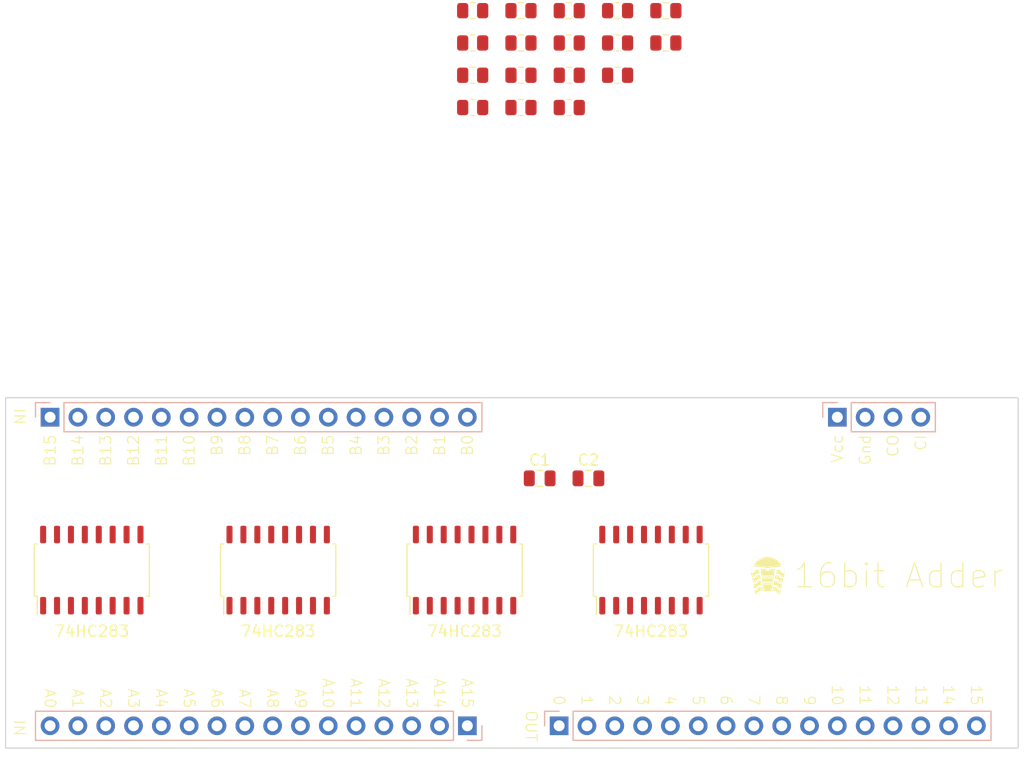
<source format=kicad_pcb>
(kicad_pcb (version 20211014) (generator pcbnew)
  (layers (0 "F.Cu" signal) (1 "In1.Cu" signal) (2 "In2.Cu" signal) (31 "B.Cu" signal) (34 "B.Paste" user) (35 "F.Paste" user) (36 "B.SilkS" user "B.Silkscreen") (37 "F.SilkS" user "F.Silkscreen") (38 "B.Mask" user) (39 "F.Mask" user) (44 "Edge.Cuts" user))
  (net 0 "")
  (net 1 "VCC")
  (net 2 "GND")
  (net 3 "A15")
  (net 4 "A14")
  (net 5 "A13")
  (net 6 "A12")
  (net 7 "A11")
  (net 8 "A10")
  (net 9 "A9")
  (net 10 "A8")
  (net 11 "A7")
  (net 12 "A6")
  (net 13 "A5")
  (net 14 "A4")
  (net 15 "A3")
  (net 16 "A2")
  (net 17 "A1")
  (net 18 "A0")
  (net 19 "CARRY_OUT")
  (net 20 "B15")
  (net 21 "B14")
  (net 22 "B13")
  (net 23 "B12")
  (net 24 "B11")
  (net 25 "B10")
  (net 26 "B9")
  (net 27 "CARRY_IN")
  (net 28 "Q15")
  (net 29 "Q14")
  (net 30 "Q13")
  (net 31 "Q12")
  (net 32 "Q11")
  (net 33 "Q10")
  (net 34 "Q9")
  (net 35 "Q8")
  (net 36 "Q7")
  (net 37 "Net-(U1-Pad9)")
  (net 38 "Q6")
  (net 39 "Q5")
  (net 40 "Q4")
  (net 41 "Q3")
  (net 42 "Net-(U2-Pad7)")
  (net 43 "Net-(U2-Pad9)")
  (net 44 "Q2")
  (net 45 "Q1")
  (net 46 "Q0")
  (net 47 "B8")
  (net 48 "B7")
  (net 49 "B6")
  (net 50 "B5")
  (net 51 "B4")
  (net 52 "B3")
  (net 53 "B2")
  (net 54 "B1")
  (net 55 "B0")
  (footprint "Resistor_SMD:R_0805_2012Metric" (layer "F.Cu") (at 136.122 82.198)
    (fp_text reference "R15" hide)
    (fp_text value "R_Small_US" hide)
    (pad "1" smd roundrect locked (at -0.9125 0) (size 1.025 1.4) (layers "F.Cu" "F.Paste" "F.Mask") (roundrect_rratio 0.243902) (net 53 "B2"))
    (pad "2" smd roundrect locked (at 0.9125 0) (size 1.025 1.4) (layers "F.Cu" "F.Paste" "F.Mask") (roundrect_rratio 0.243902) (net 2 "GND"))
  )
  (footprint "Package_SO:SOIC-16_4.55x10.3mm_P1.27mm" (layer "F.Cu") (at 118.364 124.46 90)
    (fp_text reference "U3" hide)
    (fp_text value "74LS283" hide)
    (fp_text user "74HC283" (at -5.588 0 unlocked) (layer "F.SilkS"))
    (pad "1" smd roundrect (at -3.25 -4.445 90) (size 1.6 0.55) (layers "F.Cu" "F.Paste" "F.Mask") (net 39 "Q5"))
    (pad "2" smd roundrect (at -3.25 -3.175 90) (size 1.6 0.55) (layers "F.Cu" "F.Paste" "F.Mask") (net 50 "B5"))
    (pad "3" smd roundrect (at -3.25 -1.905 90) (size 1.6 0.55) (layers "F.Cu" "F.Paste" "F.Mask") (net 13 "A5"))
    (pad "4" smd roundrect (at -3.25 -0.635 90) (size 1.6 0.55) (layers "F.Cu" "F.Paste" "F.Mask") (net 40 "Q4"))
    (pad "5" smd roundrect (at -3.25 0.635 90) (size 1.6 0.55) (layers "F.Cu" "F.Paste" "F.Mask") (net 14 "A4"))
    (pad "6" smd roundrect (at -3.25 1.905 90) (size 1.6 0.55) (layers "F.Cu" "F.Paste" "F.Mask") (net 51 "B4"))
    (pad "7" smd roundrect (at -3.25 3.175 90) (size 1.6 0.55) (layers "F.Cu" "F.Paste" "F.Mask") (net 37 "Net-(U1-Pad9)"))
    (pad "8" smd roundrect (at -3.25 4.445 90) (size 1.6 0.55) (layers "F.Cu" "F.Paste" "F.Mask") (net 2 "GND"))
    (pad "9" smd roundrect (at 3.25 4.445 90) (size 1.6 0.55) (layers "F.Cu" "F.Paste" "F.Mask") (net 42 "Net-(U2-Pad7)"))
    (pad "10" smd roundrect (at 3.25 3.175 90) (size 1.6 0.55) (layers "F.Cu" "F.Paste" "F.Mask") (net 36 "Q7"))
    (pad "11" smd roundrect (at 3.25 1.905 90) (size 1.6 0.55) (layers "F.Cu" "F.Paste" "F.Mask") (net 48 "B7"))
    (pad "12" smd roundrect (at 3.25 0.635 90) (size 1.6 0.55) (layers "F.Cu" "F.Paste" "F.Mask") (net 11 "A7"))
    (pad "13" smd roundrect (at 3.25 -0.635 90) (size 1.6 0.55) (layers "F.Cu" "F.Paste" "F.Mask") (net 38 "Q6"))
    (pad "14" smd roundrect (at 3.25 -1.905 90) (size 1.6 0.55) (layers "F.Cu" "F.Paste" "F.Mask") (net 12 "A6"))
    (pad "15" smd roundrect (at 3.25 -3.175 90) (size 1.6 0.55) (layers "F.Cu" "F.Paste" "F.Mask") (net 49 "B6"))
    (pad "16" smd roundrect (at 3.25 -4.445 90) (size 1.6 0.55) (layers "F.Cu" "F.Paste" "F.Mask") (net 1 "VCC"))
  )
  (footprint "Resistor_SMD:R_0805_2012Metric" (layer "F.Cu") (at 136.122 73.348)
    (fp_text reference "R5" hide)
    (fp_text value "R_Small_US" hide)
    (pad "1" smd roundrect locked (at -0.9125 0) (size 1.025 1.4) (layers "F.Cu" "F.Paste" "F.Mask") (roundrect_rratio 0.243902) (net 23 "B12"))
    (pad "2" smd roundrect locked (at 0.9125 0) (size 1.025 1.4) (layers "F.Cu" "F.Paste" "F.Mask") (roundrect_rratio 0.243902) (net 2 "GND"))
  )
  (footprint "Resistor_SMD:R_0805_2012Metric" (layer "F.Cu") (at 149.352 76.298)
    (fp_text reference "R13" hide)
    (fp_text value "R_Small_US" hide)
    (pad "1" smd roundrect locked (at -0.9125 0) (size 1.025 1.4) (layers "F.Cu" "F.Paste" "F.Mask") (roundrect_rratio 0.243902) (net 51 "B4"))
    (pad "2" smd roundrect locked (at 0.9125 0) (size 1.025 1.4) (layers "F.Cu" "F.Paste" "F.Mask") (roundrect_rratio 0.243902) (net 2 "GND"))
  )
  (footprint "Resistor_SMD:R_0805_2012Metric" (layer "F.Cu") (at 140.532 82.198)
    (fp_text reference "R17" hide)
    (fp_text value "R_Small_US" hide)
    (pad "1" smd roundrect locked (at -0.9125 0) (size 1.025 1.4) (layers "F.Cu" "F.Paste" "F.Mask") (roundrect_rratio 0.243902) (net 55 "B0"))
    (pad "2" smd roundrect locked (at 0.9125 0) (size 1.025 1.4) (layers "F.Cu" "F.Paste" "F.Mask") (roundrect_rratio 0.243902) (net 2 "GND"))
  )
  (footprint "Resistor_SMD:R_0805_2012Metric" (layer "F.Cu") (at 149.352 79.248)
    (fp_text reference "R1" hide)
    (fp_text value "R_Small_US" hide)
    (pad "1" smd roundrect locked (at -0.9125 0) (size 1.025 1.4) (layers "F.Cu" "F.Paste" "F.Mask") (roundrect_rratio 0.243902) (net 20 "B15"))
    (pad "2" smd roundrect locked (at 0.9125 0) (size 1.025 1.4) (layers "F.Cu" "F.Paste" "F.Mask") (roundrect_rratio 0.243902) (net 2 "GND"))
  )
  (footprint "Resistor_SMD:R_0805_2012Metric" (layer "F.Cu") (at 153.762 73.348)
    (fp_text reference "R9" hide)
    (fp_text value "R_Small_US" hide)
    (pad "1" smd roundrect locked (at -0.9125 0) (size 1.025 1.4) (layers "F.Cu" "F.Paste" "F.Mask") (roundrect_rratio 0.243902) (net 47 "B8"))
    (pad "2" smd roundrect locked (at 0.9125 0) (size 1.025 1.4) (layers "F.Cu" "F.Paste" "F.Mask") (roundrect_rratio 0.243902) (net 2 "GND"))
  )
  (footprint "Resistor_SMD:R_0805_2012Metric" (layer "F.Cu") (at 140.532 73.348)
    (fp_text reference "R6" hide)
    (fp_text value "R_Small_US" hide)
    (pad "1" smd roundrect locked (at -0.9125 0) (size 1.025 1.4) (layers "F.Cu" "F.Paste" "F.Mask") (roundrect_rratio 0.243902) (net 24 "B11"))
    (pad "2" smd roundrect locked (at 0.9125 0) (size 1.025 1.4) (layers "F.Cu" "F.Paste" "F.Mask") (roundrect_rratio 0.243902) (net 2 "GND"))
  )
  (footprint "Resistor_SMD:R_0805_2012Metric" (layer "F.Cu") (at 144.942 82.198)
    (fp_text reference "R4" hide)
    (fp_text value "R_Small_US" hide)
    (pad "1" smd roundrect locked (at -0.9125 0) (size 1.025 1.4) (layers "F.Cu" "F.Paste" "F.Mask") (roundrect_rratio 0.243902) (net 22 "B13"))
    (pad "2" smd roundrect locked (at 0.9125 0) (size 1.025 1.4) (layers "F.Cu" "F.Paste" "F.Mask") (roundrect_rratio 0.243902) (net 2 "GND"))
  )
  (footprint "Capacitor_SMD:C_0805_2012Metric" (layer "F.Cu") (at 142.24 116.078)
    (fp_text reference "C1" (at 0 -1.68) (layer "F.SilkS"))
    (fp_text value "C")
    (pad "1" smd roundrect locked (at -0.95 0) (size 1 1.45) (layers "F.Cu" "F.Paste" "F.Mask") (net 1 "VCC"))
    (pad "2" smd roundrect locked (at 0.95 0) (size 1 1.45) (layers "F.Cu" "F.Paste" "F.Mask") (net 2 "GND"))
  )
  (footprint "Resistor_SMD:R_0805_2012Metric" (layer "F.Cu") (at 136.122 79.248)
    (fp_text reference "R2" hide)
    (fp_text value "R_Small_US" hide)
    (pad "1" smd roundrect locked (at -0.9125 0) (size 1.025 1.4) (layers "F.Cu" "F.Paste" "F.Mask") (roundrect_rratio 0.243902) (net 21 "B14"))
    (pad "2" smd roundrect locked (at 0.9125 0) (size 1.025 1.4) (layers "F.Cu" "F.Paste" "F.Mask") (roundrect_rratio 0.243902) (net 2 "GND"))
  )
  (footprint "Package_SO:SOIC-16_4.55x10.3mm_P1.27mm" (layer "F.Cu") (at 135.382 124.46 90)
    (fp_text reference "U2" hide)
    (fp_text value "74LS283" hide)
    (fp_text user "74HC283" (at -5.588 0 unlocked) (layer "F.SilkS"))
    (pad "1" smd roundrect (at -3.25 -4.445 90) (size 1.6 0.55) (layers "F.Cu" "F.Paste" "F.Mask") (net 34 "Q9"))
    (pad "2" smd roundrect (at -3.25 -3.175 90) (size 1.6 0.55) (layers "F.Cu" "F.Paste" "F.Mask") (net 26 "B9"))
    (pad "3" smd roundrect (at -3.25 -1.905 90) (size 1.6 0.55) (layers "F.Cu" "F.Paste" "F.Mask") (net 9 "A9"))
    (pad "4" smd roundrect (at -3.25 -0.635 90) (size 1.6 0.55) (layers "F.Cu" "F.Paste" "F.Mask") (net 35 "Q8"))
    (pad "5" smd roundrect (at -3.25 0.635 90) (size 1.6 0.55) (layers "F.Cu" "F.Paste" "F.Mask") (net 10 "A8"))
    (pad "6" smd roundrect (at -3.25 1.905 90) (size 1.6 0.55) (layers "F.Cu" "F.Paste" "F.Mask") (net 47 "B8"))
    (pad "7" smd roundrect (at -3.25 3.175 90) (size 1.6 0.55) (layers "F.Cu" "F.Paste" "F.Mask") (net 42 "Net-(U2-Pad7)"))
    (pad "8" smd roundrect (at -3.25 4.445 90) (size 1.6 0.55) (layers "F.Cu" "F.Paste" "F.Mask") (net 2 "GND"))
    (pad "9" smd roundrect (at 3.25 4.445 90) (size 1.6 0.55) (layers "F.Cu" "F.Paste" "F.Mask") (net 43 "Net-(U2-Pad9)"))
    (pad "10" smd roundrect (at 3.25 3.175 90) (size 1.6 0.55) (layers "F.Cu" "F.Paste" "F.Mask") (net 32 "Q11"))
    (pad "11" smd roundrect (at 3.25 1.905 90) (size 1.6 0.55) (layers "F.Cu" "F.Paste" "F.Mask") (net 24 "B11"))
    (pad "12" smd roundrect (at 3.25 0.635 90) (size 1.6 0.55) (layers "F.Cu" "F.Paste" "F.Mask") (net 7 "A11"))
    (pad "13" smd roundrect (at 3.25 -0.635 90) (size 1.6 0.55) (layers "F.Cu" "F.Paste" "F.Mask") (net 33 "Q10"))
    (pad "14" smd roundrect (at 3.25 -1.905 90) (size 1.6 0.55) (layers "F.Cu" "F.Paste" "F.Mask") (net 8 "A10"))
    (pad "15" smd roundrect (at 3.25 -3.175 90) (size 1.6 0.55) (layers "F.Cu" "F.Paste" "F.Mask") (net 25 "B10"))
    (pad "16" smd roundrect (at 3.25 -4.445 90) (size 1.6 0.55) (layers "F.Cu" "F.Paste" "F.Mask") (net 1 "VCC"))
  )
  (footprint "Resistor_SMD:R_0805_2012Metric" (layer "F.Cu") (at 153.762 76.298)
    (fp_text reference "R16" hide)
    (fp_text value "R_Small_US" hide)
    (pad "1" smd roundrect locked (at -0.9125 0) (size 1.025 1.4) (layers "F.Cu" "F.Paste" "F.Mask") (roundrect_rratio 0.243902) (net 54 "B1"))
    (pad "2" smd roundrect locked (at 0.9125 0) (size 1.025 1.4) (layers "F.Cu" "F.Paste" "F.Mask") (roundrect_rratio 0.243902) (net 2 "GND"))
  )
  (footprint "Capacitor_SMD:C_0805_2012Metric" (layer "F.Cu") (at 146.69 116.078)
    (fp_text reference "C2" (at 0 -1.68) (layer "F.SilkS"))
    (fp_text value "C")
    (pad "1" smd roundrect locked (at -0.95 0) (size 1 1.45) (layers "F.Cu" "F.Paste" "F.Mask") (net 1 "VCC"))
    (pad "2" smd roundrect locked (at 0.95 0) (size 1 1.45) (layers "F.Cu" "F.Paste" "F.Mask") (net 2 "GND"))
  )
  (footprint "Stephenv6:trilobyte-logo-tiny" (layer "F.Cu") (at 163.058 119.002558)
    (fp_text reference "REF**" hide)
    (fp_text value "trilobyte-logo-tiny" hide)
  )
  (footprint "Resistor_SMD:R_0805_2012Metric" (layer "F.Cu") (at 144.942 79.248)
    (fp_text reference "R3" hide)
    (fp_text value "R_Small_US" hide)
    (pad "1" smd roundrect locked (at -0.9125 0) (size 1.025 1.4) (layers "F.Cu" "F.Paste" "F.Mask") (roundrect_rratio 0.243902) (net 19 "CARRY_OUT"))
    (pad "2" smd roundrect locked (at 0.9125 0) (size 1.025 1.4) (layers "F.Cu" "F.Paste" "F.Mask") (roundrect_rratio 0.243902) (net 2 "GND"))
  )
  (footprint "Resistor_SMD:R_0805_2012Metric" (layer "F.Cu") (at 144.942 73.348)
    (fp_text reference "R8" hide)
    (fp_text value "R_Small_US" hide)
    (pad "1" smd roundrect locked (at -0.9125 0) (size 1.025 1.4) (layers "F.Cu" "F.Paste" "F.Mask") (roundrect_rratio 0.243902) (net 26 "B9"))
    (pad "2" smd roundrect locked (at 0.9125 0) (size 1.025 1.4) (layers "F.Cu" "F.Paste" "F.Mask") (roundrect_rratio 0.243902) (net 2 "GND"))
  )
  (footprint "Resistor_SMD:R_0805_2012Metric" (layer "F.Cu") (at 136.122 76.298)
    (fp_text reference "R7" hide)
    (fp_text value "R_Small_US" hide)
    (pad "1" smd roundrect locked (at -0.9125 0) (size 1.025 1.4) (layers "F.Cu" "F.Paste" "F.Mask") (roundrect_rratio 0.243902) (net 25 "B10"))
    (pad "2" smd roundrect locked (at 0.9125 0) (size 1.025 1.4) (layers "F.Cu" "F.Paste" "F.Mask") (roundrect_rratio 0.243902) (net 2 "GND"))
  )
  (footprint "Resistor_SMD:R_0805_2012Metric" (layer "F.Cu") (at 140.532 76.298)
    (fp_text reference "R12" hide)
    (fp_text value "R_Small_US" hide)
    (pad "1" smd roundrect locked (at -0.9125 0) (size 1.025 1.4) (layers "F.Cu" "F.Paste" "F.Mask") (roundrect_rratio 0.243902) (net 50 "B5"))
    (pad "2" smd roundrect locked (at 0.9125 0) (size 1.025 1.4) (layers "F.Cu" "F.Paste" "F.Mask") (roundrect_rratio 0.243902) (net 2 "GND"))
  )
  (footprint "Resistor_SMD:R_0805_2012Metric" (layer "F.Cu") (at 140.532 79.248)
    (fp_text reference "R14" hide)
    (fp_text value "R_Small_US" hide)
    (pad "1" smd roundrect locked (at -0.9125 0) (size 1.025 1.4) (layers "F.Cu" "F.Paste" "F.Mask") (roundrect_rratio 0.243902) (net 52 "B3"))
    (pad "2" smd roundrect locked (at 0.9125 0) (size 1.025 1.4) (layers "F.Cu" "F.Paste" "F.Mask") (roundrect_rratio 0.243902) (net 2 "GND"))
  )
  (footprint "Resistor_SMD:R_0805_2012Metric" (layer "F.Cu") (at 149.352 73.348)
    (fp_text reference "R11" hide)
    (fp_text value "R_Small_US" hide)
    (pad "1" smd roundrect locked (at -0.9125 0) (size 1.025 1.4) (layers "F.Cu" "F.Paste" "F.Mask") (roundrect_rratio 0.243902) (net 49 "B6"))
    (pad "2" smd roundrect locked (at 0.9125 0) (size 1.025 1.4) (layers "F.Cu" "F.Paste" "F.Mask") (roundrect_rratio 0.243902) (net 2 "GND"))
  )
  (footprint "Package_SO:SOIC-16_4.55x10.3mm_P1.27mm" (layer "F.Cu") (at 152.4 124.46 90)
    (fp_text reference "U4" hide)
    (fp_text value "74LS283" hide)
    (fp_text user "74HC283" (at -5.588 0 unlocked) (layer "F.SilkS"))
    (pad "1" smd roundrect (at -3.25 -4.445 90) (size 1.6 0.55) (layers "F.Cu" "F.Paste" "F.Mask") (net 30 "Q13"))
    (pad "2" smd roundrect (at -3.25 -3.175 90) (size 1.6 0.55) (layers "F.Cu" "F.Paste" "F.Mask") (net 22 "B13"))
    (pad "3" smd roundrect (at -3.25 -1.905 90) (size 1.6 0.55) (layers "F.Cu" "F.Paste" "F.Mask") (net 5 "A13"))
    (pad "4" smd roundrect (at -3.25 -0.635 90) (size 1.6 0.55) (layers "F.Cu" "F.Paste" "F.Mask") (net 31 "Q12"))
    (pad "5" smd roundrect (at -3.25 0.635 90) (size 1.6 0.55) (layers "F.Cu" "F.Paste" "F.Mask") (net 6 "A12"))
    (pad "6" smd roundrect (at -3.25 1.905 90) (size 1.6 0.55) (layers "F.Cu" "F.Paste" "F.Mask") (net 23 "B12"))
    (pad "7" smd roundrect (at -3.25 3.175 90) (size 1.6 0.55) (layers "F.Cu" "F.Paste" "F.Mask") (net 43 "Net-(U2-Pad9)"))
    (pad "8" smd roundrect (at -3.25 4.445 90) (size 1.6 0.55) (layers "F.Cu" "F.Paste" "F.Mask") (net 2 "GND"))
    (pad "9" smd roundrect (at 3.25 4.445 90) (size 1.6 0.55) (layers "F.Cu" "F.Paste" "F.Mask") (net 19 "CARRY_OUT"))
    (pad "10" smd roundrect (at 3.25 3.175 90) (size 1.6 0.55) (layers "F.Cu" "F.Paste" "F.Mask") (net 28 "Q15"))
    (pad "11" smd roundrect (at 3.25 1.905 90) (size 1.6 0.55) (layers "F.Cu" "F.Paste" "F.Mask") (net 20 "B15"))
    (pad "12" smd roundrect (at 3.25 0.635 90) (size 1.6 0.55) (layers "F.Cu" "F.Paste" "F.Mask") (net 3 "A15"))
    (pad "13" smd roundrect (at 3.25 -0.635 90) (size 1.6 0.55) (layers "F.Cu" "F.Paste" "F.Mask") (net 29 "Q14"))
    (pad "14" smd roundrect (at 3.25 -1.905 90) (size 1.6 0.55) (layers "F.Cu" "F.Paste" "F.Mask") (net 4 "A14"))
    (pad "15" smd roundrect (at 3.25 -3.175 90) (size 1.6 0.55) (layers "F.Cu" "F.Paste" "F.Mask") (net 21 "B14"))
    (pad "16" smd roundrect (at 3.25 -4.445 90) (size 1.6 0.55) (layers "F.Cu" "F.Paste" "F.Mask") (net 1 "VCC"))
  )
  (footprint "Package_SO:SOIC-16_4.55x10.3mm_P1.27mm" (layer "F.Cu") (at 101.346 124.46 90)
    (fp_text reference "U1" hide)
    (fp_text value "74LS283" hide)
    (fp_text user "74HC283" (at -5.588 0 unlocked) (layer "F.SilkS"))
    (pad "1" smd roundrect (at -3.25 -4.445 90) (size 1.6 0.55) (layers "F.Cu" "F.Paste" "F.Mask") (net 45 "Q1"))
    (pad "2" smd roundrect (at -3.25 -3.175 90) (size 1.6 0.55) (layers "F.Cu" "F.Paste" "F.Mask") (net 54 "B1"))
    (pad "3" smd roundrect (at -3.25 -1.905 90) (size 1.6 0.55) (layers "F.Cu" "F.Paste" "F.Mask") (net 17 "A1"))
    (pad "4" smd roundrect (at -3.25 -0.635 90) (size 1.6 0.55) (layers "F.Cu" "F.Paste" "F.Mask") (net 46 "Q0"))
    (pad "5" smd roundrect (at -3.25 0.635 90) (size 1.6 0.55) (layers "F.Cu" "F.Paste" "F.Mask") (net 18 "A0"))
    (pad "6" smd roundrect (at -3.25 1.905 90) (size 1.6 0.55) (layers "F.Cu" "F.Paste" "F.Mask") (net 55 "B0"))
    (pad "7" smd roundrect (at -3.25 3.175 90) (size 1.6 0.55) (layers "F.Cu" "F.Paste" "F.Mask") (net 27 "CARRY_IN"))
    (pad "8" smd roundrect (at -3.25 4.445 90) (size 1.6 0.55) (layers "F.Cu" "F.Paste" "F.Mask") (net 2 "GND"))
    (pad "9" smd roundrect (at 3.25 4.445 90) (size 1.6 0.55) (layers "F.Cu" "F.Paste" "F.Mask") (net 37 "Net-(U1-Pad9)"))
    (pad "10" smd roundrect (at 3.25 3.175 90) (size 1.6 0.55) (layers "F.Cu" "F.Paste" "F.Mask") (net 41 "Q3"))
    (pad "11" smd roundrect (at 3.25 1.905 90) (size 1.6 0.55) (layers "F.Cu" "F.Paste" "F.Mask") (net 52 "B3"))
    (pad "12" smd roundrect (at 3.25 0.635 90) (size 1.6 0.55) (layers "F.Cu" "F.Paste" "F.Mask") (net 15 "A3"))
    (pad "13" smd roundrect (at 3.25 -0.635 90) (size 1.6 0.55) (layers "F.Cu" "F.Paste" "F.Mask") (net 44 "Q2"))
    (pad "14" smd roundrect (at 3.25 -1.905 90) (size 1.6 0.55) (layers "F.Cu" "F.Paste" "F.Mask") (net 16 "A2"))
    (pad "15" smd roundrect (at 3.25 -3.175 90) (size 1.6 0.55) (layers "F.Cu" "F.Paste" "F.Mask") (net 53 "B2"))
    (pad "16" smd roundrect (at 3.25 -4.445 90) (size 1.6 0.55) (layers "F.Cu" "F.Paste" "F.Mask") (net 1 "VCC"))
  )
  (footprint "Resistor_SMD:R_0805_2012Metric" (layer "F.Cu") (at 144.942 76.298)
    (fp_text reference "R10" hide)
    (fp_text value "R_Small_US" hide)
    (pad "1" smd roundrect locked (at -0.9125 0) (size 1.025 1.4) (layers "F.Cu" "F.Paste" "F.Mask") (roundrect_rratio 0.243902) (net 48 "B7"))
    (pad "2" smd roundrect locked (at 0.9125 0) (size 1.025 1.4) (layers "F.Cu" "F.Paste" "F.Mask") (roundrect_rratio 0.243902) (net 2 "GND"))
  )
  (footprint "Connector_PinHeader_2.54mm:PinHeader_1x16_P2.54mm_Vertical" (layer "B.Cu") (at 97.536 110.49 -90)
    (fp_text reference "J4" hide)
    (fp_text value "Conn_01x16" hide)
    (pad "1" thru_hole rect locked (at 0 0 270) (size 1.7 1.7) (drill 1) (layers *.Cu *.Mask) (net 20 "B15"))
    (pad "2" thru_hole oval locked (at 0 -2.54 270) (size 1.7 1.7) (drill 1) (layers *.Cu *.Mask) (net 21 "B14"))
    (pad "3" thru_hole oval locked (at 0 -5.08 270) (size 1.7 1.7) (drill 1) (layers *.Cu *.Mask) (net 22 "B13"))
    (pad "4" thru_hole oval locked (at 0 -7.62 270) (size 1.7 1.7) (drill 1) (layers *.Cu *.Mask) (net 23 "B12"))
    (pad "5" thru_hole oval locked (at 0 -10.16 270) (size 1.7 1.7) (drill 1) (layers *.Cu *.Mask) (net 24 "B11"))
    (pad "6" thru_hole oval locked (at 0 -12.7 270) (size 1.7 1.7) (drill 1) (layers *.Cu *.Mask) (net 25 "B10"))
    (pad "7" thru_hole oval locked (at 0 -15.24 270) (size 1.7 1.7) (drill 1) (layers *.Cu *.Mask) (net 26 "B9"))
    (pad "8" thru_hole oval locked (at 0 -17.78 270) (size 1.7 1.7) (drill 1) (layers *.Cu *.Mask) (net 47 "B8"))
    (pad "9" thru_hole oval locked (at 0 -20.32 270) (size 1.7 1.7) (drill 1) (layers *.Cu *.Mask) (net 48 "B7"))
    (pad "10" thru_hole oval locked (at 0 -22.86 270) (size 1.7 1.7) (drill 1) (layers *.Cu *.Mask) (net 49 "B6"))
    (pad "11" thru_hole oval locked (at 0 -25.4 270) (size 1.7 1.7) (drill 1) (layers *.Cu *.Mask) (net 50 "B5"))
    (pad "12" thru_hole oval locked (at 0 -27.94 270) (size 1.7 1.7) (drill 1) (layers *.Cu *.Mask) (net 51 "B4"))
    (pad "13" thru_hole oval locked (at 0 -30.48 270) (size 1.7 1.7) (drill 1) (layers *.Cu *.Mask) (net 52 "B3"))
    (pad "14" thru_hole oval locked (at 0 -33.02 270) (size 1.7 1.7) (drill 1) (layers *.Cu *.Mask) (net 53 "B2"))
    (pad "15" thru_hole oval locked (at 0 -35.56 270) (size 1.7 1.7) (drill 1) (layers *.Cu *.Mask) (net 54 "B1"))
    (pad "16" thru_hole oval locked (at 0 -38.1 270) (size 1.7 1.7) (drill 1) (layers *.Cu *.Mask) (net 55 "B0"))
  )
  (footprint "Connector_PinHeader_2.54mm:PinHeader_1x16_P2.54mm_Vertical" (layer "B.Cu") (at 144.018 138.684 -90)
    (fp_text reference "J3" hide)
    (fp_text value "Conn_01x16" hide)
    (pad "1" thru_hole rect locked (at 0 0 270) (size 1.7 1.7) (drill 1) (layers *.Cu *.Mask) (net 28 "Q15"))
    (pad "2" thru_hole oval locked (at 0 -2.54 270) (size 1.7 1.7) (drill 1) (layers *.Cu *.Mask) (net 29 "Q14"))
    (pad "3" thru_hole oval locked (at 0 -5.08 270) (size 1.7 1.7) (drill 1) (layers *.Cu *.Mask) (net 30 "Q13"))
    (pad "4" thru_hole oval locked (at 0 -7.62 270) (size 1.7 1.7) (drill 1) (layers *.Cu *.Mask) (net 31 "Q12"))
    (pad "5" thru_hole oval locked (at 0 -10.16 270) (size 1.7 1.7) (drill 1) (layers *.Cu *.Mask) (net 32 "Q11"))
    (pad "6" thru_hole oval locked (at 0 -12.7 270) (size 1.7 1.7) (drill 1) (layers *.Cu *.Mask) (net 33 "Q10"))
    (pad "7" thru_hole oval locked (at 0 -15.24 270) (size 1.7 1.7) (drill 1) (layers *.Cu *.Mask) (net 34 "Q9"))
    (pad "8" thru_hole oval locked (at 0 -17.78 270) (size 1.7 1.7) (drill 1) (layers *.Cu *.Mask) (net 35 "Q8"))
    (pad "9" thru_hole oval locked (at 0 -20.32 270) (size 1.7 1.7) (drill 1) (layers *.Cu *.Mask) (net 36 "Q7"))
    (pad "10" thru_hole oval locked (at 0 -22.86 270) (size 1.7 1.7) (drill 1) (layers *.Cu *.Mask) (net 38 "Q6"))
    (pad "11" thru_hole oval locked (at 0 -25.4 270) (size 1.7 1.7) (drill 1) (layers *.Cu *.Mask) (net 39 "Q5"))
    (pad "12" thru_hole oval locked (at 0 -27.94 270) (size 1.7 1.7) (drill 1) (layers *.Cu *.Mask) (net 40 "Q4"))
    (pad "13" thru_hole oval locked (at 0 -30.48 270) (size 1.7 1.7) (drill 1) (layers *.Cu *.Mask) (net 41 "Q3"))
    (pad "14" thru_hole oval locked (at 0 -33.02 270) (size 1.7 1.7) (drill 1) (layers *.Cu *.Mask) (net 44 "Q2"))
    (pad "15" thru_hole oval locked (at 0 -35.56 270) (size 1.7 1.7) (drill 1) (layers *.Cu *.Mask) (net 45 "Q1"))
    (pad "16" thru_hole oval locked (at 0 -38.1 270) (size 1.7 1.7) (drill 1) (layers *.Cu *.Mask) (net 46 "Q0"))
  )
  (footprint "Connector_PinHeader_2.54mm:PinHeader_1x04_P2.54mm_Vertical" (layer "B.Cu") (at 169.418 110.49 -90)
    (fp_text reference "J1" hide)
    (fp_text value "Conn_01x06")
    (pad "1" thru_hole rect locked (at 0 0 270) (size 1.7 1.7) (drill 1) (layers *.Cu *.Mask) (net 1 "VCC"))
    (pad "2" thru_hole oval locked (at 0 -2.54 270) (size 1.7 1.7) (drill 1) (layers *.Cu *.Mask) (net 2 "GND"))
    (pad "3" thru_hole oval locked (at 0 -5.08 270) (size 1.7 1.7) (drill 1) (layers *.Cu *.Mask) (net 19 "CARRY_OUT"))
    (pad "4" thru_hole oval locked (at 0 -7.62 270) (size 1.7 1.7) (drill 1) (layers *.Cu *.Mask) (net 27 "CARRY_IN"))
  )
  (footprint "Connector_PinHeader_2.54mm:PinHeader_1x16_P2.54mm_Vertical" (layer "B.Cu") (at 135.636 138.684 90)
    (fp_text reference "J2" hide)
    (fp_text value "Conn_01x16" hide)
    (pad "1" thru_hole rect locked (at 0 0 90) (size 1.7 1.7) (drill 1) (layers *.Cu *.Mask) (net 3 "A15"))
    (pad "2" thru_hole oval locked (at 0 -2.54 90) (size 1.7 1.7) (drill 1) (layers *.Cu *.Mask) (net 4 "A14"))
    (pad "3" thru_hole oval locked (at 0 -5.08 90) (size 1.7 1.7) (drill 1) (layers *.Cu *.Mask) (net 5 "A13"))
    (pad "4" thru_hole oval locked (at 0 -7.62 90) (size 1.7 1.7) (drill 1) (layers *.Cu *.Mask) (net 6 "A12"))
    (pad "5" thru_hole oval locked (at 0 -10.16 90) (size 1.7 1.7) (drill 1) (layers *.Cu *.Mask) (net 7 "A11"))
    (pad "6" thru_hole oval locked (at 0 -12.7 90) (size 1.7 1.7) (drill 1) (layers *.Cu *.Mask) (net 8 "A10"))
    (pad "7" thru_hole oval locked (at 0 -15.24 90) (size 1.7 1.7) (drill 1) (layers *.Cu *.Mask) (net 9 "A9"))
    (pad "8" thru_hole oval locked (at 0 -17.78 90) (size 1.7 1.7) (drill 1) (layers *.Cu *.Mask) (net 10 "A8"))
    (pad "9" thru_hole oval locked (at 0 -20.32 90) (size 1.7 1.7) (drill 1) (layers *.Cu *.Mask) (net 11 "A7"))
    (pad "10" thru_hole oval locked (at 0 -22.86 90) (size 1.7 1.7) (drill 1) (layers *.Cu *.Mask) (net 12 "A6"))
    (pad "11" thru_hole oval locked (at 0 -25.4 90) (size 1.7 1.7) (drill 1) (layers *.Cu *.Mask) (net 13 "A5"))
    (pad "12" thru_hole oval locked (at 0 -27.94 90) (size 1.7 1.7) (drill 1) (layers *.Cu *.Mask) (net 14 "A4"))
    (pad "13" thru_hole oval locked (at 0 -30.48 90) (size 1.7 1.7) (drill 1) (layers *.Cu *.Mask) (net 15 "A3"))
    (pad "14" thru_hole oval locked (at 0 -33.02 90) (size 1.7 1.7) (drill 1) (layers *.Cu *.Mask) (net 16 "A2"))
    (pad "15" thru_hole oval locked (at 0 -35.56 90) (size 1.7 1.7) (drill 1) (layers *.Cu *.Mask) (net 17 "A1"))
    (pad "16" thru_hole oval locked (at 0 -38.1 90) (size 1.7 1.7) (drill 1) (layers *.Cu *.Mask) (net 18 "A0"))
  )
  (gr_rect (start 93.472 108.712) (end 185.928 140.716) (layer "Edge.Cuts") (width 0.1) (fill none))
  (gr_text "16bit Adder" (at 175.006 124.968) (layer "F.SilkS") (effects (font (size 2.2 2.2) (thickness 0.1))))
  (gr_text "4" (at 154.178 136.906 270) (layer "F.SilkS") (effects (font (size 1 1) (thickness 0.1)) (justify right)))
  (gr_text "B14" (at 100.076 112.014 90) (layer "F.SilkS") (effects (font (size 1 1) (thickness 0.1)) (justify right)))
  (gr_text "14" (at 179.578 136.906 270) (layer "F.SilkS") (effects (font (size 1 1) (thickness 0.1)) (justify right)))
  (gr_text "B4" (at 125.476 112.014 90) (layer "F.SilkS") (effects (font (size 1 1) (thickness 0.1)) (justify right)))
  (gr_text "12" (at 174.498 136.906 270) (layer "F.SilkS") (effects (font (size 1 1) (thickness 0.1)) (justify right)))
  (gr_text "B10" (at 110.236 112.014 90) (layer "F.SilkS") (effects (font (size 1 1) (thickness 0.1)) (justify right)))
  (gr_text "11" (at 171.958 136.906 270) (layer "F.SilkS") (effects (font (size 1 1) (thickness 0.1)) (justify right)))
  (gr_text "B7" (at 117.856 112.014 90) (layer "F.SilkS") (effects (font (size 1 1) (thickness 0.1)) (justify right)))
  (gr_text "2" (at 149.098 136.906 270) (layer "F.SilkS") (effects (font (size 1 1) (thickness 0.1)) (justify right)))
  (gr_text "B8" (at 115.316 112.014 90) (layer "F.SilkS") (effects (font (size 1 1) (thickness 0.1)) (justify right)))
  (gr_text "A7" (at 115.316 137.16 270) (layer "F.SilkS") (effects (font (size 1 1) (thickness 0.1)) (justify right)))
  (gr_text "A5" (at 110.236 137.16 270) (layer "F.SilkS") (effects (font (size 1 1) (thickness 0.1)) (justify right)))
  (gr_text "A6" (at 112.776 137.16 270) (layer "F.SilkS") (effects (font (size 1 1) (thickness 0.1)) (justify right)))
  (gr_text "15" (at 182.118 136.906 270) (layer "F.SilkS") (effects (font (size 1 1) (thickness 0.1)) (justify right)))
  (gr_text "13" (at 177.038 136.906 270) (layer "F.SilkS") (effects (font (size 1 1) (thickness 0.1)) (justify right)))
  (gr_text "B3" (at 128.016 112.014 90) (layer "F.SilkS") (effects (font (size 1 1) (thickness 0.1)) (justify right)))
  (gr_text "B13" (at 102.616 112.014 90) (layer "F.SilkS") (effects (font (size 1 1) (thickness 0.1)) (justify right)))
  (gr_text "A13" (at 130.556 137.16 270) (layer "F.SilkS") (effects (font (size 1 1) (thickness 0.1)) (justify right)))
  (gr_text "CI" (at 177.038 112.014 90) (layer "F.SilkS") (effects (font (size 1 1) (thickness 0.1)) (justify right)))
  (gr_text "8" (at 164.338 136.906 270) (layer "F.SilkS") (effects (font (size 1 1) (thickness 0.1)) (justify right)))
  (gr_text "B5" (at 122.936 112.014 90) (layer "F.SilkS") (effects (font (size 1 1) (thickness 0.1)) (justify right)))
  (gr_text "A4" (at 107.696 137.16 270) (layer "F.SilkS") (effects (font (size 1 1) (thickness 0.1)) (justify right)))
  (gr_text "A8" (at 117.856 137.16 270) (layer "F.SilkS") (effects (font (size 1 1) (thickness 0.1)) (justify right)))
  (gr_text "IN" (at 94.742 111.252 270) (layer "F.SilkS") (effects (font (size 1 1) (thickness 0.1)) (justify right)))
  (gr_text "A3" (at 105.156 137.16 270) (layer "F.SilkS") (effects (font (size 1 1) (thickness 0.1)) (justify right)))
  (gr_text "B11" (at 107.696 112.014 90) (layer "F.SilkS") (effects (font (size 1 1) (thickness 0.1)) (justify right)))
  (gr_text "A2" (at 102.616 137.16 270) (layer "F.SilkS") (effects (font (size 1 1) (thickness 0.1)) (justify right)))
  (gr_text "A12" (at 128.016 137.16 270) (layer "F.SilkS") (effects (font (size 1 1) (thickness 0.1)) (justify right)))
  (gr_text "IN" (at 94.742 139.7 270) (layer "F.SilkS") (effects (font (size 1 1) (thickness 0.1)) (justify right)))
  (gr_text "7" (at 161.798 136.906 270) (layer "F.SilkS") (effects (font (size 1 1) (thickness 0.1)) (justify right)))
  (gr_text "Gnd" (at 171.958 112.014 90) (layer "F.SilkS") (effects (font (size 1 1) (thickness 0.1)) (justify right)))
  (gr_text "CO" (at 174.498 112.014 90) (layer "F.SilkS") (effects (font (size 1 1) (thickness 0.1)) (justify right)))
  (gr_text "B15" (at 97.536 112.014 90) (layer "F.SilkS") (effects (font (size 1 1) (thickness 0.1)) (justify right)))
  (gr_text "B9" (at 112.776 112.014 90) (layer "F.SilkS") (effects (font (size 1 1) (thickness 0.1)) (justify right)))
  (gr_text "OUT" (at 141.478 140.208 270) (layer "F.SilkS") (effects (font (size 1 1) (thickness 0.1)) (justify right)))
  (gr_text "A15" (at 135.636 137.16 270) (layer "F.SilkS") (effects (font (size 1 1) (thickness 0.1)) (justify right)))
  (gr_text "A1" (at 100.076 137.16 270) (layer "F.SilkS") (effects (font (size 1 1) (thickness 0.1)) (justify right)))
  (gr_text "B12" (at 105.156 112.014 90) (layer "F.SilkS") (effects (font (size 1 1) (thickness 0.1)) (justify right)))
  (gr_text "B0" (at 135.636 112.014 90) (layer "F.SilkS") (effects (font (size 1 1) (thickness 0.1)) (justify right)))
  (gr_text "B2" (at 130.556 112.014 90) (layer "F.SilkS") (effects (font (size 1 1) (thickness 0.1)) (justify right)))
  (gr_text "B6" (at 120.396 112.014 90) (layer "F.SilkS") (effects (font (size 1 1) (thickness 0.1)) (justify right)))
  (gr_text "A9" (at 120.396 137.16 270) (layer "F.SilkS") (effects (font (size 1 1) (thickness 0.1)) (justify right)))
  (gr_text "5" (at 156.718 136.906 270) (layer "F.SilkS") (effects (font (size 1 1) (thickness 0.1)) (justify right)))
  (gr_text "A14" (at 133.096 137.16 270) (layer "F.SilkS") (effects (font (size 1 1) (thickness 0.1)) (justify right)))
  (gr_text "1" (at 146.558 136.906 270) (layer "F.SilkS") (effects (font (size 1 1) (thickness 0.1)) (justify right)))
  (gr_text "B1" (at 133.096 112.014 90) (layer "F.SilkS") (effects (font (size 1 1) (thickness 0.1)) (justify right)))
  (gr_text "Vcc" (at 169.418 112.014 90) (layer "F.SilkS") (effects (font (size 1 1) (thickness 0.1)) (justify right)))
  (gr_text "A0" (at 97.536 137.16 270) (layer "F.SilkS") (effects (font (size 1 1) (thickness 0.1)) (justify right)))
  (gr_text "10" (at 169.418 136.906 270) (layer "F.SilkS") (effects (font (size 1 1) (thickness 0.1)) (justify right)))
  (gr_text "9" (at 166.878 136.906 270) (layer "F.SilkS") (effects (font (size 1 1) (thickness 0.1)) (justify right)))
  (gr_text "6" (at 159.258 136.906 270) (layer "F.SilkS") (effects (font (size 1 1) (thickness 0.1)) (justify right)))
  (gr_text "A11" (at 125.476 137.16 270) (layer "F.SilkS") (effects (font (size 1 1) (thickness 0.1)) (justify right)))
  (gr_text "3" (at 151.638 136.906 270) (layer "F.SilkS") (effects (font (size 1 1) (thickness 0.1)) (justify right)))
  (gr_text "0" (at 144.018 136.906 270) (layer "F.SilkS") (effects (font (size 1 1) (thickness 0.1)) (justify right)))
  (gr_text "A10" (at 122.936 137.16 270) (layer "F.SilkS") (effects (font (size 1 1) (thickness 0.1)) (justify right)))
)
</source>
